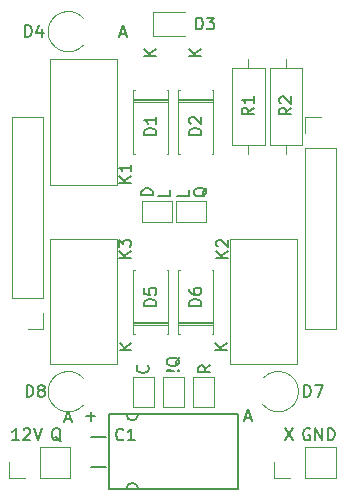
<source format=gto>
G04 #@! TF.FileFunction,Legend,Top*
%FSLAX46Y46*%
G04 Gerber Fmt 4.6, Leading zero omitted, Abs format (unit mm)*
G04 Created by KiCad (PCBNEW 4.0.4+e1-6308~48~ubuntu16.04.1-stable) date Mon Jan 22 19:58:00 2018*
%MOMM*%
%LPD*%
G01*
G04 APERTURE LIST*
%ADD10C,0.100000*%
%ADD11C,0.150000*%
%ADD12C,0.120000*%
%ADD13C,0.200000*%
%ADD14C,0.030000*%
G04 APERTURE END LIST*
D10*
D11*
X127508096Y-137295000D02*
X127412858Y-137247381D01*
X127270001Y-137247381D01*
X127127143Y-137295000D01*
X127031905Y-137390238D01*
X126984286Y-137485476D01*
X126936667Y-137675952D01*
X126936667Y-137818810D01*
X126984286Y-138009286D01*
X127031905Y-138104524D01*
X127127143Y-138199762D01*
X127270001Y-138247381D01*
X127365239Y-138247381D01*
X127508096Y-138199762D01*
X127555715Y-138152143D01*
X127555715Y-137818810D01*
X127365239Y-137818810D01*
X127984286Y-138247381D02*
X127984286Y-137247381D01*
X128555715Y-138247381D01*
X128555715Y-137247381D01*
X129031905Y-138247381D02*
X129031905Y-137247381D01*
X129270000Y-137247381D01*
X129412858Y-137295000D01*
X129508096Y-137390238D01*
X129555715Y-137485476D01*
X129603334Y-137675952D01*
X129603334Y-137818810D01*
X129555715Y-138009286D01*
X129508096Y-138104524D01*
X129412858Y-138199762D01*
X129270000Y-138247381D01*
X129031905Y-138247381D01*
X125396667Y-137247381D02*
X126063334Y-138247381D01*
X126063334Y-137247381D02*
X125396667Y-138247381D01*
X102885953Y-138247381D02*
X102314524Y-138247381D01*
X102600238Y-138247381D02*
X102600238Y-137247381D01*
X102505000Y-137390238D01*
X102409762Y-137485476D01*
X102314524Y-137533095D01*
X103266905Y-137342619D02*
X103314524Y-137295000D01*
X103409762Y-137247381D01*
X103647858Y-137247381D01*
X103743096Y-137295000D01*
X103790715Y-137342619D01*
X103838334Y-137437857D01*
X103838334Y-137533095D01*
X103790715Y-137675952D01*
X103219286Y-138247381D01*
X103838334Y-138247381D01*
X104124048Y-137247381D02*
X104457381Y-138247381D01*
X104790715Y-137247381D01*
X106425953Y-138342619D02*
X106330715Y-138295000D01*
X106235477Y-138199762D01*
X106092620Y-138056905D01*
X105997381Y-138009286D01*
X105902143Y-138009286D01*
X105949762Y-138247381D02*
X105854524Y-138199762D01*
X105759286Y-138104524D01*
X105711667Y-137914048D01*
X105711667Y-137580714D01*
X105759286Y-137390238D01*
X105854524Y-137295000D01*
X105949762Y-137247381D01*
X106140239Y-137247381D01*
X106235477Y-137295000D01*
X106330715Y-137390238D01*
X106378334Y-137580714D01*
X106378334Y-137914048D01*
X106330715Y-138104524D01*
X106235477Y-138199762D01*
X106140239Y-138247381D01*
X105949762Y-138247381D01*
X119069381Y-131920476D02*
X118593190Y-132253810D01*
X119069381Y-132491905D02*
X118069381Y-132491905D01*
X118069381Y-132110952D01*
X118117000Y-132015714D01*
X118164619Y-131968095D01*
X118259857Y-131920476D01*
X118402714Y-131920476D01*
X118497952Y-131968095D01*
X118545571Y-132015714D01*
X118593190Y-132110952D01*
X118593190Y-132491905D01*
X113767143Y-131920476D02*
X113814762Y-131968095D01*
X113862381Y-132110952D01*
X113862381Y-132206190D01*
X113814762Y-132349048D01*
X113719524Y-132444286D01*
X113624286Y-132491905D01*
X113433810Y-132539524D01*
X113290952Y-132539524D01*
X113100476Y-132491905D01*
X113005238Y-132444286D01*
X112910000Y-132349048D01*
X112862381Y-132206190D01*
X112862381Y-132110952D01*
X112910000Y-131968095D01*
X112957619Y-131920476D01*
X116307143Y-132372809D02*
X116354762Y-132325190D01*
X116402381Y-132372809D01*
X116354762Y-132420428D01*
X116307143Y-132372809D01*
X116402381Y-132372809D01*
X116021429Y-132372809D02*
X115450000Y-132420428D01*
X115402381Y-132372809D01*
X115450000Y-132325190D01*
X116021429Y-132372809D01*
X115402381Y-132372809D01*
X116497619Y-131229952D02*
X116450000Y-131325190D01*
X116354762Y-131420428D01*
X116211905Y-131563285D01*
X116164286Y-131658524D01*
X116164286Y-131753762D01*
X116402381Y-131706143D02*
X116354762Y-131801381D01*
X116259524Y-131896619D01*
X116069048Y-131944238D01*
X115735714Y-131944238D01*
X115545238Y-131896619D01*
X115450000Y-131801381D01*
X115402381Y-131706143D01*
X115402381Y-131515666D01*
X115450000Y-131420428D01*
X115545238Y-131325190D01*
X115735714Y-131277571D01*
X116069048Y-131277571D01*
X116259524Y-131325190D01*
X116354762Y-131420428D01*
X116402381Y-131515666D01*
X116402381Y-131706143D01*
X118783619Y-116863047D02*
X118736000Y-116958285D01*
X118640762Y-117053523D01*
X118497905Y-117196380D01*
X118450286Y-117291619D01*
X118450286Y-117386857D01*
X118688381Y-117339238D02*
X118640762Y-117434476D01*
X118545524Y-117529714D01*
X118355048Y-117577333D01*
X118021714Y-117577333D01*
X117831238Y-117529714D01*
X117736000Y-117434476D01*
X117688381Y-117339238D01*
X117688381Y-117148761D01*
X117736000Y-117053523D01*
X117831238Y-116958285D01*
X118021714Y-116910666D01*
X118355048Y-116910666D01*
X118545524Y-116958285D01*
X118640762Y-117053523D01*
X118688381Y-117148761D01*
X118688381Y-117339238D01*
X117291381Y-117061476D02*
X117291381Y-117537667D01*
X116291381Y-117537667D01*
X115640381Y-117061476D02*
X115640381Y-117537667D01*
X114640381Y-117537667D01*
X114243381Y-117505905D02*
X113243381Y-117505905D01*
X113243381Y-117267810D01*
X113291000Y-117124952D01*
X113386238Y-117029714D01*
X113481476Y-116982095D01*
X113671952Y-116934476D01*
X113814810Y-116934476D01*
X114005286Y-116982095D01*
X114100524Y-117029714D01*
X114195762Y-117124952D01*
X114243381Y-117267810D01*
X114243381Y-117505905D01*
D12*
X119380000Y-135405000D02*
X119380000Y-132865000D01*
X117600000Y-132865000D02*
X117600000Y-135405000D01*
X117600000Y-132865000D02*
X119380000Y-132865000D01*
X119380000Y-135405000D02*
X117600000Y-135405000D01*
X114300000Y-135405000D02*
X114300000Y-132865000D01*
X112520000Y-132865000D02*
X112520000Y-135405000D01*
X112520000Y-132865000D02*
X114300000Y-132865000D01*
X114300000Y-135405000D02*
X112520000Y-135405000D01*
X116840000Y-135405000D02*
X116840000Y-132865000D01*
X115060000Y-132865000D02*
X115060000Y-135405000D01*
X115060000Y-132865000D02*
X116840000Y-132865000D01*
X116840000Y-135405000D02*
X115060000Y-135405000D01*
X118744000Y-118005000D02*
X116204000Y-118005000D01*
X116204000Y-119785000D02*
X118744000Y-119785000D01*
X116204000Y-119785000D02*
X116204000Y-118005000D01*
X118744000Y-118005000D02*
X118744000Y-119785000D01*
X123670000Y-106735000D02*
X120930000Y-106735000D01*
X120930000Y-106735000D02*
X120930000Y-113275000D01*
X120930000Y-113275000D02*
X123670000Y-113275000D01*
X123670000Y-113275000D02*
X123670000Y-106735000D01*
X122300000Y-105965000D02*
X122300000Y-106735000D01*
X122300000Y-114045000D02*
X122300000Y-113275000D01*
X126845000Y-106735000D02*
X124105000Y-106735000D01*
X124105000Y-106735000D02*
X124105000Y-113275000D01*
X124105000Y-113275000D02*
X126845000Y-113275000D01*
X126845000Y-113275000D02*
X126845000Y-106735000D01*
X125475000Y-105965000D02*
X125475000Y-106735000D01*
X125475000Y-114045000D02*
X125475000Y-113275000D01*
X113283000Y-119785000D02*
X115823000Y-119785000D01*
X115823000Y-118005000D02*
X113283000Y-118005000D01*
X115823000Y-118005000D02*
X115823000Y-119785000D01*
X113283000Y-119785000D02*
X113283000Y-118005000D01*
X108311551Y-104822366D02*
G75*
G02X108371153Y-102555000I-1251551J1167366D01*
G01*
X123588449Y-132967634D02*
G75*
G02X123528847Y-135235000I1251551J-1167366D01*
G01*
X108311551Y-135302366D02*
G75*
G02X108371153Y-133035000I-1251551J1167366D01*
G01*
X104950000Y-110910000D02*
X102290000Y-110910000D01*
X104950000Y-126210000D02*
X104950000Y-110910000D01*
X102290000Y-126210000D02*
X102290000Y-110910000D01*
X104950000Y-126210000D02*
X102290000Y-126210000D01*
X104950000Y-127480000D02*
X104950000Y-128810000D01*
X104950000Y-128810000D02*
X103620000Y-128810000D01*
X127080000Y-128810000D02*
X129740000Y-128810000D01*
X127080000Y-113510000D02*
X127080000Y-128810000D01*
X129740000Y-113510000D02*
X129740000Y-128810000D01*
X127080000Y-113510000D02*
X129740000Y-113510000D01*
X127080000Y-112240000D02*
X127080000Y-110910000D01*
X127080000Y-110910000D02*
X128410000Y-110910000D01*
X107230000Y-141460000D02*
X107230000Y-138800000D01*
X104630000Y-141460000D02*
X107230000Y-141460000D01*
X104630000Y-138800000D02*
X107230000Y-138800000D01*
X104630000Y-141460000D02*
X104630000Y-138800000D01*
X103360000Y-141460000D02*
X102030000Y-141460000D01*
X102030000Y-141460000D02*
X102030000Y-140130000D01*
X129710000Y-141460000D02*
X129710000Y-138800000D01*
X127110000Y-141460000D02*
X129710000Y-141460000D01*
X127110000Y-138800000D02*
X129710000Y-138800000D01*
X127110000Y-141460000D02*
X127110000Y-138800000D01*
X125840000Y-141460000D02*
X124510000Y-141460000D01*
X124510000Y-141460000D02*
X124510000Y-140130000D01*
X116950000Y-102010000D02*
X114250000Y-102010000D01*
X114250000Y-102010000D02*
X114250000Y-104030000D01*
X114250000Y-104030000D02*
X116950000Y-104030000D01*
D13*
X108965000Y-140485000D02*
X110235000Y-140485000D01*
X108965000Y-137945000D02*
X110235000Y-137945000D01*
X112965000Y-142365000D02*
G75*
G03X111965000Y-142365000I-500000J0D01*
G01*
X111965000Y-136065000D02*
G75*
G03X112965000Y-136065000I500000J0D01*
G01*
X110465000Y-136065000D02*
X121465000Y-136065000D01*
X121465000Y-136065000D02*
X121465000Y-142365000D01*
X121465000Y-142365000D02*
X110465000Y-142365000D01*
X110465000Y-142365000D02*
X110465000Y-136065000D01*
D12*
X119195000Y-108555000D02*
X119325000Y-108555000D01*
X119325000Y-108555000D02*
X119325000Y-113995000D01*
X119325000Y-113995000D02*
X119195000Y-113995000D01*
X116515000Y-108555000D02*
X116385000Y-108555000D01*
X116385000Y-108555000D02*
X116385000Y-113995000D01*
X116385000Y-113995000D02*
X116515000Y-113995000D01*
X119325000Y-109455000D02*
X116385000Y-109455000D01*
X119325000Y-109575000D02*
X116385000Y-109575000D01*
X119325000Y-109335000D02*
X116385000Y-109335000D01*
X115385000Y-108555000D02*
X115515000Y-108555000D01*
X115515000Y-108555000D02*
X115515000Y-113995000D01*
X115515000Y-113995000D02*
X115385000Y-113995000D01*
X112705000Y-108555000D02*
X112575000Y-108555000D01*
X112575000Y-108555000D02*
X112575000Y-113995000D01*
X112575000Y-113995000D02*
X112705000Y-113995000D01*
X115515000Y-109455000D02*
X112575000Y-109455000D01*
X115515000Y-109575000D02*
X112575000Y-109575000D01*
X115515000Y-109335000D02*
X112575000Y-109335000D01*
X112705000Y-129235000D02*
X112575000Y-129235000D01*
X112575000Y-129235000D02*
X112575000Y-123795000D01*
X112575000Y-123795000D02*
X112705000Y-123795000D01*
X115385000Y-129235000D02*
X115515000Y-129235000D01*
X115515000Y-129235000D02*
X115515000Y-123795000D01*
X115515000Y-123795000D02*
X115385000Y-123795000D01*
X112575000Y-128335000D02*
X115515000Y-128335000D01*
X112575000Y-128215000D02*
X115515000Y-128215000D01*
X112575000Y-128455000D02*
X115515000Y-128455000D01*
X116515000Y-129235000D02*
X116385000Y-129235000D01*
X116385000Y-129235000D02*
X116385000Y-123795000D01*
X116385000Y-123795000D02*
X116515000Y-123795000D01*
X119195000Y-129235000D02*
X119325000Y-129235000D01*
X119325000Y-129235000D02*
X119325000Y-123795000D01*
X119325000Y-123795000D02*
X119195000Y-123795000D01*
X116385000Y-128335000D02*
X119325000Y-128335000D01*
X116385000Y-128215000D02*
X119325000Y-128215000D01*
X116385000Y-128455000D02*
X119325000Y-128455000D01*
D14*
X111180000Y-106010000D02*
X105480000Y-106010000D01*
X105480000Y-106010000D02*
X105480000Y-116610000D01*
X105480000Y-116610000D02*
X111180000Y-116610000D01*
X111180000Y-116610000D02*
X111180000Y-106010000D01*
X105480000Y-131780000D02*
X111180000Y-131780000D01*
X111180000Y-131780000D02*
X111180000Y-121180000D01*
X111180000Y-121180000D02*
X105480000Y-121180000D01*
X105480000Y-121180000D02*
X105480000Y-131780000D01*
X120720000Y-131780000D02*
X126420000Y-131780000D01*
X126420000Y-131780000D02*
X126420000Y-121180000D01*
X126420000Y-121180000D02*
X120720000Y-121180000D01*
X120720000Y-121180000D02*
X120720000Y-131780000D01*
D11*
X122752381Y-110091666D02*
X122276190Y-110425000D01*
X122752381Y-110663095D02*
X121752381Y-110663095D01*
X121752381Y-110282142D01*
X121800000Y-110186904D01*
X121847619Y-110139285D01*
X121942857Y-110091666D01*
X122085714Y-110091666D01*
X122180952Y-110139285D01*
X122228571Y-110186904D01*
X122276190Y-110282142D01*
X122276190Y-110663095D01*
X122752381Y-109139285D02*
X122752381Y-109710714D01*
X122752381Y-109425000D02*
X121752381Y-109425000D01*
X121895238Y-109520238D01*
X121990476Y-109615476D01*
X122038095Y-109710714D01*
X125927381Y-110091666D02*
X125451190Y-110425000D01*
X125927381Y-110663095D02*
X124927381Y-110663095D01*
X124927381Y-110282142D01*
X124975000Y-110186904D01*
X125022619Y-110139285D01*
X125117857Y-110091666D01*
X125260714Y-110091666D01*
X125355952Y-110139285D01*
X125403571Y-110186904D01*
X125451190Y-110282142D01*
X125451190Y-110663095D01*
X125022619Y-109710714D02*
X124975000Y-109663095D01*
X124927381Y-109567857D01*
X124927381Y-109329761D01*
X124975000Y-109234523D01*
X125022619Y-109186904D01*
X125117857Y-109139285D01*
X125213095Y-109139285D01*
X125355952Y-109186904D01*
X125927381Y-109758333D01*
X125927381Y-109139285D01*
X103400905Y-104107381D02*
X103400905Y-103107381D01*
X103639000Y-103107381D01*
X103781858Y-103155000D01*
X103877096Y-103250238D01*
X103924715Y-103345476D01*
X103972334Y-103535952D01*
X103972334Y-103678810D01*
X103924715Y-103869286D01*
X103877096Y-103964524D01*
X103781858Y-104059762D01*
X103639000Y-104107381D01*
X103400905Y-104107381D01*
X104829477Y-103440714D02*
X104829477Y-104107381D01*
X104591381Y-103059762D02*
X104353286Y-103774048D01*
X104972334Y-103774048D01*
X111461905Y-103821667D02*
X111938096Y-103821667D01*
X111366667Y-104107381D02*
X111700000Y-103107381D01*
X112033334Y-104107381D01*
X127022905Y-134587381D02*
X127022905Y-133587381D01*
X127261000Y-133587381D01*
X127403858Y-133635000D01*
X127499096Y-133730238D01*
X127546715Y-133825476D01*
X127594334Y-134015952D01*
X127594334Y-134158810D01*
X127546715Y-134349286D01*
X127499096Y-134444524D01*
X127403858Y-134539762D01*
X127261000Y-134587381D01*
X127022905Y-134587381D01*
X127927667Y-133587381D02*
X128594334Y-133587381D01*
X128165762Y-134587381D01*
X122061905Y-136333667D02*
X122538096Y-136333667D01*
X121966667Y-136619381D02*
X122300000Y-135619381D01*
X122633334Y-136619381D01*
X103527905Y-134587381D02*
X103527905Y-133587381D01*
X103766000Y-133587381D01*
X103908858Y-133635000D01*
X104004096Y-133730238D01*
X104051715Y-133825476D01*
X104099334Y-134015952D01*
X104099334Y-134158810D01*
X104051715Y-134349286D01*
X104004096Y-134444524D01*
X103908858Y-134539762D01*
X103766000Y-134587381D01*
X103527905Y-134587381D01*
X104670762Y-134015952D02*
X104575524Y-133968333D01*
X104527905Y-133920714D01*
X104480286Y-133825476D01*
X104480286Y-133777857D01*
X104527905Y-133682619D01*
X104575524Y-133635000D01*
X104670762Y-133587381D01*
X104861239Y-133587381D01*
X104956477Y-133635000D01*
X105004096Y-133682619D01*
X105051715Y-133777857D01*
X105051715Y-133825476D01*
X105004096Y-133920714D01*
X104956477Y-133968333D01*
X104861239Y-134015952D01*
X104670762Y-134015952D01*
X104575524Y-134063571D01*
X104527905Y-134111190D01*
X104480286Y-134206429D01*
X104480286Y-134396905D01*
X104527905Y-134492143D01*
X104575524Y-134539762D01*
X104670762Y-134587381D01*
X104861239Y-134587381D01*
X104956477Y-134539762D01*
X105004096Y-134492143D01*
X105051715Y-134396905D01*
X105051715Y-134206429D01*
X105004096Y-134111190D01*
X104956477Y-134063571D01*
X104861239Y-134015952D01*
X106821905Y-136460667D02*
X107298096Y-136460667D01*
X106726667Y-136746381D02*
X107060000Y-135746381D01*
X107393334Y-136746381D01*
X117878905Y-103472381D02*
X117878905Y-102472381D01*
X118117000Y-102472381D01*
X118259858Y-102520000D01*
X118355096Y-102615238D01*
X118402715Y-102710476D01*
X118450334Y-102900952D01*
X118450334Y-103043810D01*
X118402715Y-103234286D01*
X118355096Y-103329524D01*
X118259858Y-103424762D01*
X118117000Y-103472381D01*
X117878905Y-103472381D01*
X118783667Y-102472381D02*
X119402715Y-102472381D01*
X119069381Y-102853333D01*
X119212239Y-102853333D01*
X119307477Y-102900952D01*
X119355096Y-102948571D01*
X119402715Y-103043810D01*
X119402715Y-103281905D01*
X119355096Y-103377143D01*
X119307477Y-103424762D01*
X119212239Y-103472381D01*
X118926524Y-103472381D01*
X118831286Y-103424762D01*
X118783667Y-103377143D01*
X111719334Y-138175143D02*
X111671715Y-138222762D01*
X111528858Y-138270381D01*
X111433620Y-138270381D01*
X111290762Y-138222762D01*
X111195524Y-138127524D01*
X111147905Y-138032286D01*
X111100286Y-137841810D01*
X111100286Y-137698952D01*
X111147905Y-137508476D01*
X111195524Y-137413238D01*
X111290762Y-137318000D01*
X111433620Y-137270381D01*
X111528858Y-137270381D01*
X111671715Y-137318000D01*
X111719334Y-137365619D01*
X112671715Y-138270381D02*
X112100286Y-138270381D01*
X112386000Y-138270381D02*
X112386000Y-137270381D01*
X112290762Y-137413238D01*
X112195524Y-137508476D01*
X112100286Y-137556095D01*
X108584048Y-136238429D02*
X109345953Y-136238429D01*
X108965001Y-136619381D02*
X108965001Y-135857476D01*
X118307381Y-112394095D02*
X117307381Y-112394095D01*
X117307381Y-112156000D01*
X117355000Y-112013142D01*
X117450238Y-111917904D01*
X117545476Y-111870285D01*
X117735952Y-111822666D01*
X117878810Y-111822666D01*
X118069286Y-111870285D01*
X118164524Y-111917904D01*
X118259762Y-112013142D01*
X118307381Y-112156000D01*
X118307381Y-112394095D01*
X117402619Y-111441714D02*
X117355000Y-111394095D01*
X117307381Y-111298857D01*
X117307381Y-111060761D01*
X117355000Y-110965523D01*
X117402619Y-110917904D01*
X117497857Y-110870285D01*
X117593095Y-110870285D01*
X117735952Y-110917904D01*
X118307381Y-111489333D01*
X118307381Y-110870285D01*
X118307381Y-105694905D02*
X117307381Y-105694905D01*
X118307381Y-105123476D02*
X117735952Y-105552048D01*
X117307381Y-105123476D02*
X117878810Y-105694905D01*
X114497381Y-112394095D02*
X113497381Y-112394095D01*
X113497381Y-112156000D01*
X113545000Y-112013142D01*
X113640238Y-111917904D01*
X113735476Y-111870285D01*
X113925952Y-111822666D01*
X114068810Y-111822666D01*
X114259286Y-111870285D01*
X114354524Y-111917904D01*
X114449762Y-112013142D01*
X114497381Y-112156000D01*
X114497381Y-112394095D01*
X114497381Y-110870285D02*
X114497381Y-111441714D01*
X114497381Y-111156000D02*
X113497381Y-111156000D01*
X113640238Y-111251238D01*
X113735476Y-111346476D01*
X113783095Y-111441714D01*
X114497381Y-105694905D02*
X113497381Y-105694905D01*
X114497381Y-105123476D02*
X113925952Y-105552048D01*
X113497381Y-105123476D02*
X114068810Y-105694905D01*
X114497381Y-126872095D02*
X113497381Y-126872095D01*
X113497381Y-126634000D01*
X113545000Y-126491142D01*
X113640238Y-126395904D01*
X113735476Y-126348285D01*
X113925952Y-126300666D01*
X114068810Y-126300666D01*
X114259286Y-126348285D01*
X114354524Y-126395904D01*
X114449762Y-126491142D01*
X114497381Y-126634000D01*
X114497381Y-126872095D01*
X113497381Y-125395904D02*
X113497381Y-125872095D01*
X113973571Y-125919714D01*
X113925952Y-125872095D01*
X113878333Y-125776857D01*
X113878333Y-125538761D01*
X113925952Y-125443523D01*
X113973571Y-125395904D01*
X114068810Y-125348285D01*
X114306905Y-125348285D01*
X114402143Y-125395904D01*
X114449762Y-125443523D01*
X114497381Y-125538761D01*
X114497381Y-125776857D01*
X114449762Y-125872095D01*
X114402143Y-125919714D01*
X112397381Y-130586905D02*
X111397381Y-130586905D01*
X112397381Y-130015476D02*
X111825952Y-130444048D01*
X111397381Y-130015476D02*
X111968810Y-130586905D01*
X118307381Y-126872095D02*
X117307381Y-126872095D01*
X117307381Y-126634000D01*
X117355000Y-126491142D01*
X117450238Y-126395904D01*
X117545476Y-126348285D01*
X117735952Y-126300666D01*
X117878810Y-126300666D01*
X118069286Y-126348285D01*
X118164524Y-126395904D01*
X118259762Y-126491142D01*
X118307381Y-126634000D01*
X118307381Y-126872095D01*
X117307381Y-125443523D02*
X117307381Y-125634000D01*
X117355000Y-125729238D01*
X117402619Y-125776857D01*
X117545476Y-125872095D01*
X117735952Y-125919714D01*
X118116905Y-125919714D01*
X118212143Y-125872095D01*
X118259762Y-125824476D01*
X118307381Y-125729238D01*
X118307381Y-125538761D01*
X118259762Y-125443523D01*
X118212143Y-125395904D01*
X118116905Y-125348285D01*
X117878810Y-125348285D01*
X117783571Y-125395904D01*
X117735952Y-125443523D01*
X117688333Y-125538761D01*
X117688333Y-125729238D01*
X117735952Y-125824476D01*
X117783571Y-125872095D01*
X117878810Y-125919714D01*
X120466381Y-130586905D02*
X119466381Y-130586905D01*
X120466381Y-130015476D02*
X119894952Y-130444048D01*
X119466381Y-130015476D02*
X120037810Y-130586905D01*
X112339381Y-116435095D02*
X111339381Y-116435095D01*
X112339381Y-115863666D02*
X111767952Y-116292238D01*
X111339381Y-115863666D02*
X111910810Y-116435095D01*
X112339381Y-114911285D02*
X112339381Y-115482714D01*
X112339381Y-115197000D02*
X111339381Y-115197000D01*
X111482238Y-115292238D01*
X111577476Y-115387476D01*
X111625095Y-115482714D01*
X112339381Y-122785095D02*
X111339381Y-122785095D01*
X112339381Y-122213666D02*
X111767952Y-122642238D01*
X111339381Y-122213666D02*
X111910810Y-122785095D01*
X111339381Y-121880333D02*
X111339381Y-121261285D01*
X111720333Y-121594619D01*
X111720333Y-121451761D01*
X111767952Y-121356523D01*
X111815571Y-121308904D01*
X111910810Y-121261285D01*
X112148905Y-121261285D01*
X112244143Y-121308904D01*
X112291762Y-121356523D01*
X112339381Y-121451761D01*
X112339381Y-121737476D01*
X112291762Y-121832714D01*
X112244143Y-121880333D01*
X120594381Y-122785095D02*
X119594381Y-122785095D01*
X120594381Y-122213666D02*
X120022952Y-122642238D01*
X119594381Y-122213666D02*
X120165810Y-122785095D01*
X119689619Y-121832714D02*
X119642000Y-121785095D01*
X119594381Y-121689857D01*
X119594381Y-121451761D01*
X119642000Y-121356523D01*
X119689619Y-121308904D01*
X119784857Y-121261285D01*
X119880095Y-121261285D01*
X120022952Y-121308904D01*
X120594381Y-121880333D01*
X120594381Y-121261285D01*
M02*

</source>
